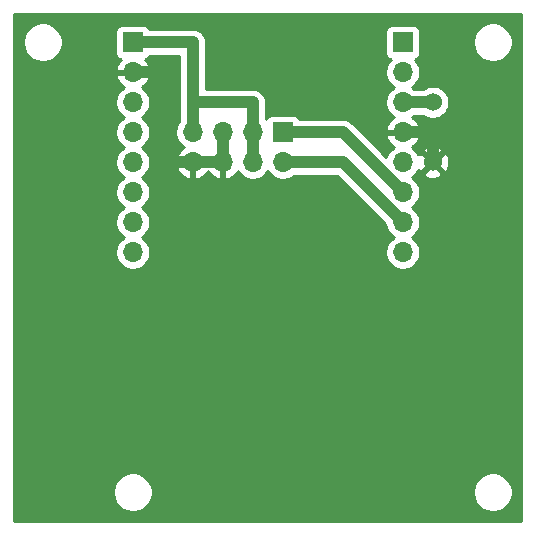
<source format=gbr>
%TF.GenerationSoftware,KiCad,Pcbnew,(5.1.9)-1*%
%TF.CreationDate,2021-04-08T10:19:59+03:00*%
%TF.ProjectId,esp32camturrent,65737033-3263-4616-9d74-757272656e74,rev?*%
%TF.SameCoordinates,Original*%
%TF.FileFunction,Copper,L2,Bot*%
%TF.FilePolarity,Positive*%
%FSLAX46Y46*%
G04 Gerber Fmt 4.6, Leading zero omitted, Abs format (unit mm)*
G04 Created by KiCad (PCBNEW (5.1.9)-1) date 2021-04-08 10:19:59*
%MOMM*%
%LPD*%
G01*
G04 APERTURE LIST*
%TA.AperFunction,ComponentPad*%
%ADD10R,1.700000X1.700000*%
%TD*%
%TA.AperFunction,ComponentPad*%
%ADD11O,1.700000X1.700000*%
%TD*%
%TA.AperFunction,ComponentPad*%
%ADD12C,1.524000*%
%TD*%
%TA.AperFunction,Conductor*%
%ADD13C,0.250000*%
%TD*%
%TA.AperFunction,Conductor*%
%ADD14C,1.000000*%
%TD*%
%TA.AperFunction,Conductor*%
%ADD15C,0.254000*%
%TD*%
%TA.AperFunction,Conductor*%
%ADD16C,0.100000*%
%TD*%
G04 APERTURE END LIST*
D10*
%TO.P,J1,1*%
%TO.N,+5V*%
X43180000Y-30480000D03*
D11*
%TO.P,J1,2*%
%TO.N,GND*%
X43180000Y-33020000D03*
%TO.P,J1,3*%
%TO.N,Net-(J1-Pad3)*%
X43180000Y-35560000D03*
%TO.P,J1,4*%
%TO.N,Net-(J1-Pad4)*%
X43180000Y-38100000D03*
%TO.P,J1,5*%
%TO.N,Net-(J1-Pad5)*%
X43180000Y-40640000D03*
%TO.P,J1,6*%
%TO.N,Net-(J1-Pad6)*%
X43180000Y-43180000D03*
%TO.P,J1,7*%
%TO.N,Net-(J1-Pad7)*%
X43180000Y-45720000D03*
%TO.P,J1,8*%
%TO.N,Net-(J1-Pad8)*%
X43180000Y-48260000D03*
%TD*%
%TO.P,J2,8*%
%TO.N,Net-(J2-Pad8)*%
X66040000Y-48260000D03*
%TO.P,J2,7*%
%TO.N,U0T*%
X66040000Y-45720000D03*
%TO.P,J2,6*%
%TO.N,U0R*%
X66040000Y-43180000D03*
%TO.P,J2,5*%
%TO.N,Net-(J2-Pad5)*%
X66040000Y-40640000D03*
%TO.P,J2,4*%
%TO.N,GND*%
X66040000Y-38100000D03*
%TO.P,J2,3*%
%TO.N,I00*%
X66040000Y-35560000D03*
%TO.P,J2,2*%
%TO.N,I06*%
X66040000Y-33020000D03*
D10*
%TO.P,J2,1*%
%TO.N,Net-(J2-Pad1)*%
X66040000Y-30480000D03*
%TD*%
%TO.P,J4,1*%
%TO.N,U0R*%
X55880000Y-38100000D03*
D11*
%TO.P,J4,2*%
%TO.N,U0T*%
X55880000Y-40640000D03*
%TO.P,J4,3*%
%TO.N,+5V*%
X53340000Y-38100000D03*
%TO.P,J4,4*%
X53340000Y-40640000D03*
%TO.P,J4,5*%
%TO.N,GND*%
X50800000Y-38100000D03*
%TO.P,J4,6*%
X50800000Y-40640000D03*
%TO.P,J4,7*%
%TO.N,+5V*%
X48260000Y-38100000D03*
%TO.P,J4,8*%
%TO.N,GND*%
X48260000Y-40640000D03*
%TD*%
D12*
%TO.P,SW1,1*%
%TO.N,I00*%
X68580000Y-35560000D03*
%TO.P,SW1,2*%
%TO.N,GND*%
X68580000Y-40640000D03*
%TD*%
D13*
%TO.N,+5V*%
X48260000Y-38100000D02*
X48260000Y-35560000D01*
X48260000Y-35560000D02*
X48260000Y-30480000D01*
D14*
X43180000Y-30480000D02*
X45030000Y-30480000D01*
X45030000Y-30480000D02*
X48260000Y-30480000D01*
X48260000Y-30480000D02*
X48260000Y-38100000D01*
X53340000Y-35560000D02*
X53340000Y-40640000D01*
X48260000Y-35560000D02*
X53340000Y-35560000D01*
%TO.N,GND*%
X43180000Y-33020000D02*
X45720000Y-33020000D01*
X48260000Y-40640000D02*
X50800000Y-40640000D01*
X50800000Y-40640000D02*
X50800000Y-38100000D01*
X45720000Y-40640000D02*
X48260000Y-40640000D01*
X45720000Y-33020000D02*
X45720000Y-40640000D01*
X68580000Y-40640000D02*
X68580000Y-38100000D01*
X68580000Y-38100000D02*
X66040000Y-38100000D01*
%TO.N,U0T*%
X60960000Y-40640000D02*
X66040000Y-45720000D01*
X60960000Y-40640000D02*
X55880000Y-40640000D01*
%TO.N,U0R*%
X60960000Y-38100000D02*
X55880000Y-38100000D01*
X66040000Y-43180000D02*
X60960000Y-38100000D01*
%TO.N,I00*%
X68580000Y-35560000D02*
X66040000Y-35560000D01*
%TD*%
D15*
%TO.N,GND*%
X76073000Y-70993000D02*
X33147000Y-70993000D01*
X33147000Y-68414042D01*
X41495000Y-68414042D01*
X41495000Y-68745958D01*
X41559754Y-69071496D01*
X41686772Y-69378147D01*
X41871175Y-69654125D01*
X42105875Y-69888825D01*
X42381853Y-70073228D01*
X42688504Y-70200246D01*
X43014042Y-70265000D01*
X43345958Y-70265000D01*
X43671496Y-70200246D01*
X43978147Y-70073228D01*
X44254125Y-69888825D01*
X44488825Y-69654125D01*
X44673228Y-69378147D01*
X44800246Y-69071496D01*
X44865000Y-68745958D01*
X44865000Y-68414042D01*
X71975000Y-68414042D01*
X71975000Y-68745958D01*
X72039754Y-69071496D01*
X72166772Y-69378147D01*
X72351175Y-69654125D01*
X72585875Y-69888825D01*
X72861853Y-70073228D01*
X73168504Y-70200246D01*
X73494042Y-70265000D01*
X73825958Y-70265000D01*
X74151496Y-70200246D01*
X74458147Y-70073228D01*
X74734125Y-69888825D01*
X74968825Y-69654125D01*
X75153228Y-69378147D01*
X75280246Y-69071496D01*
X75345000Y-68745958D01*
X75345000Y-68414042D01*
X75280246Y-68088504D01*
X75153228Y-67781853D01*
X74968825Y-67505875D01*
X74734125Y-67271175D01*
X74458147Y-67086772D01*
X74151496Y-66959754D01*
X73825958Y-66895000D01*
X73494042Y-66895000D01*
X73168504Y-66959754D01*
X72861853Y-67086772D01*
X72585875Y-67271175D01*
X72351175Y-67505875D01*
X72166772Y-67781853D01*
X72039754Y-68088504D01*
X71975000Y-68414042D01*
X44865000Y-68414042D01*
X44800246Y-68088504D01*
X44673228Y-67781853D01*
X44488825Y-67505875D01*
X44254125Y-67271175D01*
X43978147Y-67086772D01*
X43671496Y-66959754D01*
X43345958Y-66895000D01*
X43014042Y-66895000D01*
X42688504Y-66959754D01*
X42381853Y-67086772D01*
X42105875Y-67271175D01*
X41871175Y-67505875D01*
X41686772Y-67781853D01*
X41559754Y-68088504D01*
X41495000Y-68414042D01*
X33147000Y-68414042D01*
X33147000Y-35413740D01*
X41695000Y-35413740D01*
X41695000Y-35706260D01*
X41752068Y-35993158D01*
X41864010Y-36263411D01*
X42026525Y-36506632D01*
X42233368Y-36713475D01*
X42407760Y-36830000D01*
X42233368Y-36946525D01*
X42026525Y-37153368D01*
X41864010Y-37396589D01*
X41752068Y-37666842D01*
X41695000Y-37953740D01*
X41695000Y-38246260D01*
X41752068Y-38533158D01*
X41864010Y-38803411D01*
X42026525Y-39046632D01*
X42233368Y-39253475D01*
X42407760Y-39370000D01*
X42233368Y-39486525D01*
X42026525Y-39693368D01*
X41864010Y-39936589D01*
X41752068Y-40206842D01*
X41695000Y-40493740D01*
X41695000Y-40786260D01*
X41752068Y-41073158D01*
X41864010Y-41343411D01*
X42026525Y-41586632D01*
X42233368Y-41793475D01*
X42407760Y-41910000D01*
X42233368Y-42026525D01*
X42026525Y-42233368D01*
X41864010Y-42476589D01*
X41752068Y-42746842D01*
X41695000Y-43033740D01*
X41695000Y-43326260D01*
X41752068Y-43613158D01*
X41864010Y-43883411D01*
X42026525Y-44126632D01*
X42233368Y-44333475D01*
X42407760Y-44450000D01*
X42233368Y-44566525D01*
X42026525Y-44773368D01*
X41864010Y-45016589D01*
X41752068Y-45286842D01*
X41695000Y-45573740D01*
X41695000Y-45866260D01*
X41752068Y-46153158D01*
X41864010Y-46423411D01*
X42026525Y-46666632D01*
X42233368Y-46873475D01*
X42407760Y-46990000D01*
X42233368Y-47106525D01*
X42026525Y-47313368D01*
X41864010Y-47556589D01*
X41752068Y-47826842D01*
X41695000Y-48113740D01*
X41695000Y-48406260D01*
X41752068Y-48693158D01*
X41864010Y-48963411D01*
X42026525Y-49206632D01*
X42233368Y-49413475D01*
X42476589Y-49575990D01*
X42746842Y-49687932D01*
X43033740Y-49745000D01*
X43326260Y-49745000D01*
X43613158Y-49687932D01*
X43883411Y-49575990D01*
X44126632Y-49413475D01*
X44333475Y-49206632D01*
X44495990Y-48963411D01*
X44607932Y-48693158D01*
X44665000Y-48406260D01*
X44665000Y-48113740D01*
X44607932Y-47826842D01*
X44495990Y-47556589D01*
X44333475Y-47313368D01*
X44126632Y-47106525D01*
X43952240Y-46990000D01*
X44126632Y-46873475D01*
X44333475Y-46666632D01*
X44495990Y-46423411D01*
X44607932Y-46153158D01*
X44665000Y-45866260D01*
X44665000Y-45573740D01*
X44607932Y-45286842D01*
X44495990Y-45016589D01*
X44333475Y-44773368D01*
X44126632Y-44566525D01*
X43952240Y-44450000D01*
X44126632Y-44333475D01*
X44333475Y-44126632D01*
X44495990Y-43883411D01*
X44607932Y-43613158D01*
X44665000Y-43326260D01*
X44665000Y-43033740D01*
X44607932Y-42746842D01*
X44495990Y-42476589D01*
X44333475Y-42233368D01*
X44126632Y-42026525D01*
X43952240Y-41910000D01*
X44126632Y-41793475D01*
X44333475Y-41586632D01*
X44495990Y-41343411D01*
X44607932Y-41073158D01*
X44623102Y-40996891D01*
X46818519Y-40996891D01*
X46915843Y-41271252D01*
X47064822Y-41521355D01*
X47259731Y-41737588D01*
X47493080Y-41911641D01*
X47755901Y-42036825D01*
X47903110Y-42081476D01*
X48133000Y-41960155D01*
X48133000Y-40767000D01*
X48387000Y-40767000D01*
X48387000Y-41960155D01*
X48616890Y-42081476D01*
X48764099Y-42036825D01*
X49026920Y-41911641D01*
X49260269Y-41737588D01*
X49455178Y-41521355D01*
X49530000Y-41395745D01*
X49604822Y-41521355D01*
X49799731Y-41737588D01*
X50033080Y-41911641D01*
X50295901Y-42036825D01*
X50443110Y-42081476D01*
X50673000Y-41960155D01*
X50673000Y-40767000D01*
X48387000Y-40767000D01*
X48133000Y-40767000D01*
X46939186Y-40767000D01*
X46818519Y-40996891D01*
X44623102Y-40996891D01*
X44665000Y-40786260D01*
X44665000Y-40493740D01*
X44607932Y-40206842D01*
X44495990Y-39936589D01*
X44333475Y-39693368D01*
X44126632Y-39486525D01*
X43952240Y-39370000D01*
X44126632Y-39253475D01*
X44333475Y-39046632D01*
X44495990Y-38803411D01*
X44607932Y-38533158D01*
X44665000Y-38246260D01*
X44665000Y-37953740D01*
X44607932Y-37666842D01*
X44495990Y-37396589D01*
X44333475Y-37153368D01*
X44126632Y-36946525D01*
X43952240Y-36830000D01*
X44126632Y-36713475D01*
X44333475Y-36506632D01*
X44495990Y-36263411D01*
X44607932Y-35993158D01*
X44665000Y-35706260D01*
X44665000Y-35413740D01*
X44607932Y-35126842D01*
X44495990Y-34856589D01*
X44333475Y-34613368D01*
X44126632Y-34406525D01*
X43944466Y-34284805D01*
X44061355Y-34215178D01*
X44277588Y-34020269D01*
X44451641Y-33786920D01*
X44576825Y-33524099D01*
X44621476Y-33376890D01*
X44500155Y-33147000D01*
X43307000Y-33147000D01*
X43307000Y-33167000D01*
X43053000Y-33167000D01*
X43053000Y-33147000D01*
X41859845Y-33147000D01*
X41738524Y-33376890D01*
X41783175Y-33524099D01*
X41908359Y-33786920D01*
X42082412Y-34020269D01*
X42298645Y-34215178D01*
X42415534Y-34284805D01*
X42233368Y-34406525D01*
X42026525Y-34613368D01*
X41864010Y-34856589D01*
X41752068Y-35126842D01*
X41695000Y-35413740D01*
X33147000Y-35413740D01*
X33147000Y-30314042D01*
X33875000Y-30314042D01*
X33875000Y-30645958D01*
X33939754Y-30971496D01*
X34066772Y-31278147D01*
X34251175Y-31554125D01*
X34485875Y-31788825D01*
X34761853Y-31973228D01*
X35068504Y-32100246D01*
X35394042Y-32165000D01*
X35725958Y-32165000D01*
X36051496Y-32100246D01*
X36358147Y-31973228D01*
X36634125Y-31788825D01*
X36868825Y-31554125D01*
X37053228Y-31278147D01*
X37180246Y-30971496D01*
X37245000Y-30645958D01*
X37245000Y-30314042D01*
X37180246Y-29988504D01*
X37053228Y-29681853D01*
X37018581Y-29630000D01*
X41691928Y-29630000D01*
X41691928Y-31330000D01*
X41704188Y-31454482D01*
X41740498Y-31574180D01*
X41799463Y-31684494D01*
X41878815Y-31781185D01*
X41975506Y-31860537D01*
X42085820Y-31919502D01*
X42166466Y-31943966D01*
X42082412Y-32019731D01*
X41908359Y-32253080D01*
X41783175Y-32515901D01*
X41738524Y-32663110D01*
X41859845Y-32893000D01*
X43053000Y-32893000D01*
X43053000Y-32873000D01*
X43307000Y-32873000D01*
X43307000Y-32893000D01*
X44500155Y-32893000D01*
X44621476Y-32663110D01*
X44576825Y-32515901D01*
X44451641Y-32253080D01*
X44277588Y-32019731D01*
X44193534Y-31943966D01*
X44274180Y-31919502D01*
X44384494Y-31860537D01*
X44481185Y-31781185D01*
X44560537Y-31684494D01*
X44597683Y-31615000D01*
X47125000Y-31615000D01*
X47125001Y-35504242D01*
X47119509Y-35560000D01*
X47125001Y-35615758D01*
X47125001Y-37134892D01*
X47106525Y-37153368D01*
X46944010Y-37396589D01*
X46832068Y-37666842D01*
X46775000Y-37953740D01*
X46775000Y-38246260D01*
X46832068Y-38533158D01*
X46944010Y-38803411D01*
X47106525Y-39046632D01*
X47313368Y-39253475D01*
X47489406Y-39371100D01*
X47259731Y-39542412D01*
X47064822Y-39758645D01*
X46915843Y-40008748D01*
X46818519Y-40283109D01*
X46939186Y-40513000D01*
X48133000Y-40513000D01*
X48133000Y-40493000D01*
X48387000Y-40493000D01*
X48387000Y-40513000D01*
X50673000Y-40513000D01*
X50673000Y-38227000D01*
X50653000Y-38227000D01*
X50653000Y-37973000D01*
X50673000Y-37973000D01*
X50673000Y-37953000D01*
X50927000Y-37953000D01*
X50927000Y-37973000D01*
X50947000Y-37973000D01*
X50947000Y-38227000D01*
X50927000Y-38227000D01*
X50927000Y-40513000D01*
X50947000Y-40513000D01*
X50947000Y-40767000D01*
X50927000Y-40767000D01*
X50927000Y-41960155D01*
X51156890Y-42081476D01*
X51304099Y-42036825D01*
X51566920Y-41911641D01*
X51800269Y-41737588D01*
X51995178Y-41521355D01*
X52064805Y-41404466D01*
X52186525Y-41586632D01*
X52393368Y-41793475D01*
X52636589Y-41955990D01*
X52906842Y-42067932D01*
X53193740Y-42125000D01*
X53486260Y-42125000D01*
X53773158Y-42067932D01*
X54043411Y-41955990D01*
X54286632Y-41793475D01*
X54493475Y-41586632D01*
X54610000Y-41412240D01*
X54726525Y-41586632D01*
X54933368Y-41793475D01*
X55176589Y-41955990D01*
X55446842Y-42067932D01*
X55733740Y-42125000D01*
X56026260Y-42125000D01*
X56313158Y-42067932D01*
X56583411Y-41955990D01*
X56826632Y-41793475D01*
X56845107Y-41775000D01*
X60489869Y-41775000D01*
X64555000Y-45840132D01*
X64555000Y-45866260D01*
X64612068Y-46153158D01*
X64724010Y-46423411D01*
X64886525Y-46666632D01*
X65093368Y-46873475D01*
X65267760Y-46990000D01*
X65093368Y-47106525D01*
X64886525Y-47313368D01*
X64724010Y-47556589D01*
X64612068Y-47826842D01*
X64555000Y-48113740D01*
X64555000Y-48406260D01*
X64612068Y-48693158D01*
X64724010Y-48963411D01*
X64886525Y-49206632D01*
X65093368Y-49413475D01*
X65336589Y-49575990D01*
X65606842Y-49687932D01*
X65893740Y-49745000D01*
X66186260Y-49745000D01*
X66473158Y-49687932D01*
X66743411Y-49575990D01*
X66986632Y-49413475D01*
X67193475Y-49206632D01*
X67355990Y-48963411D01*
X67467932Y-48693158D01*
X67525000Y-48406260D01*
X67525000Y-48113740D01*
X67467932Y-47826842D01*
X67355990Y-47556589D01*
X67193475Y-47313368D01*
X66986632Y-47106525D01*
X66812240Y-46990000D01*
X66986632Y-46873475D01*
X67193475Y-46666632D01*
X67355990Y-46423411D01*
X67467932Y-46153158D01*
X67525000Y-45866260D01*
X67525000Y-45573740D01*
X67467932Y-45286842D01*
X67355990Y-45016589D01*
X67193475Y-44773368D01*
X66986632Y-44566525D01*
X66812240Y-44450000D01*
X66986632Y-44333475D01*
X67193475Y-44126632D01*
X67355990Y-43883411D01*
X67467932Y-43613158D01*
X67525000Y-43326260D01*
X67525000Y-43033740D01*
X67467932Y-42746842D01*
X67355990Y-42476589D01*
X67193475Y-42233368D01*
X66986632Y-42026525D01*
X66812240Y-41910000D01*
X66986632Y-41793475D01*
X67174542Y-41605565D01*
X67794040Y-41605565D01*
X67861020Y-41845656D01*
X68110048Y-41962756D01*
X68377135Y-42029023D01*
X68652017Y-42041910D01*
X68924133Y-42000922D01*
X69183023Y-41907636D01*
X69298980Y-41845656D01*
X69365960Y-41605565D01*
X68580000Y-40819605D01*
X67794040Y-41605565D01*
X67174542Y-41605565D01*
X67193475Y-41586632D01*
X67355990Y-41343411D01*
X67360370Y-41332837D01*
X67374344Y-41358980D01*
X67614435Y-41425960D01*
X68400395Y-40640000D01*
X68759605Y-40640000D01*
X69545565Y-41425960D01*
X69785656Y-41358980D01*
X69902756Y-41109952D01*
X69969023Y-40842865D01*
X69981910Y-40567983D01*
X69940922Y-40295867D01*
X69847636Y-40036977D01*
X69785656Y-39921020D01*
X69545565Y-39854040D01*
X68759605Y-40640000D01*
X68400395Y-40640000D01*
X67614435Y-39854040D01*
X67374344Y-39921020D01*
X67361157Y-39949064D01*
X67355990Y-39936589D01*
X67193475Y-39693368D01*
X67174542Y-39674435D01*
X67794040Y-39674435D01*
X68580000Y-40460395D01*
X69365960Y-39674435D01*
X69298980Y-39434344D01*
X69049952Y-39317244D01*
X68782865Y-39250977D01*
X68507983Y-39238090D01*
X68235867Y-39279078D01*
X67976977Y-39372364D01*
X67861020Y-39434344D01*
X67794040Y-39674435D01*
X67174542Y-39674435D01*
X66986632Y-39486525D01*
X66804466Y-39364805D01*
X66921355Y-39295178D01*
X67137588Y-39100269D01*
X67311641Y-38866920D01*
X67436825Y-38604099D01*
X67481476Y-38456890D01*
X67360155Y-38227000D01*
X66167000Y-38227000D01*
X66167000Y-38247000D01*
X65913000Y-38247000D01*
X65913000Y-38227000D01*
X64719845Y-38227000D01*
X64598524Y-38456890D01*
X64643175Y-38604099D01*
X64768359Y-38866920D01*
X64942412Y-39100269D01*
X65158645Y-39295178D01*
X65275534Y-39364805D01*
X65093368Y-39486525D01*
X64886525Y-39693368D01*
X64724010Y-39936589D01*
X64629614Y-40164482D01*
X61801996Y-37336865D01*
X61766449Y-37293551D01*
X61593623Y-37151716D01*
X61396447Y-37046324D01*
X61182499Y-36981423D01*
X61015752Y-36965000D01*
X61015751Y-36965000D01*
X60960000Y-36959509D01*
X60904249Y-36965000D01*
X57297683Y-36965000D01*
X57260537Y-36895506D01*
X57181185Y-36798815D01*
X57084494Y-36719463D01*
X56974180Y-36660498D01*
X56854482Y-36624188D01*
X56730000Y-36611928D01*
X55030000Y-36611928D01*
X54905518Y-36624188D01*
X54785820Y-36660498D01*
X54675506Y-36719463D01*
X54578815Y-36798815D01*
X54499463Y-36895506D01*
X54475000Y-36941272D01*
X54475000Y-35615752D01*
X54480491Y-35560000D01*
X54458577Y-35337501D01*
X54393676Y-35123553D01*
X54288284Y-34926377D01*
X54146449Y-34753551D01*
X53973623Y-34611716D01*
X53776447Y-34506324D01*
X53562499Y-34441423D01*
X53395752Y-34425000D01*
X53395751Y-34425000D01*
X53340000Y-34419509D01*
X53284248Y-34425000D01*
X49395000Y-34425000D01*
X49395000Y-30535752D01*
X49400491Y-30480000D01*
X49378577Y-30257501D01*
X49313676Y-30043553D01*
X49208284Y-29846377D01*
X49066449Y-29673551D01*
X49013383Y-29630000D01*
X64551928Y-29630000D01*
X64551928Y-31330000D01*
X64564188Y-31454482D01*
X64600498Y-31574180D01*
X64659463Y-31684494D01*
X64738815Y-31781185D01*
X64835506Y-31860537D01*
X64945820Y-31919502D01*
X65018380Y-31941513D01*
X64886525Y-32073368D01*
X64724010Y-32316589D01*
X64612068Y-32586842D01*
X64555000Y-32873740D01*
X64555000Y-33166260D01*
X64612068Y-33453158D01*
X64724010Y-33723411D01*
X64886525Y-33966632D01*
X65093368Y-34173475D01*
X65267760Y-34290000D01*
X65093368Y-34406525D01*
X64886525Y-34613368D01*
X64724010Y-34856589D01*
X64612068Y-35126842D01*
X64555000Y-35413740D01*
X64555000Y-35706260D01*
X64612068Y-35993158D01*
X64724010Y-36263411D01*
X64886525Y-36506632D01*
X65093368Y-36713475D01*
X65275534Y-36835195D01*
X65158645Y-36904822D01*
X64942412Y-37099731D01*
X64768359Y-37333080D01*
X64643175Y-37595901D01*
X64598524Y-37743110D01*
X64719845Y-37973000D01*
X65913000Y-37973000D01*
X65913000Y-37953000D01*
X66167000Y-37953000D01*
X66167000Y-37973000D01*
X67360155Y-37973000D01*
X67481476Y-37743110D01*
X67436825Y-37595901D01*
X67311641Y-37333080D01*
X67137588Y-37099731D01*
X66921355Y-36904822D01*
X66804466Y-36835195D01*
X66986632Y-36713475D01*
X67005107Y-36695000D01*
X67764116Y-36695000D01*
X67918273Y-36798005D01*
X68172510Y-36903314D01*
X68442408Y-36957000D01*
X68717592Y-36957000D01*
X68987490Y-36903314D01*
X69241727Y-36798005D01*
X69470535Y-36645120D01*
X69665120Y-36450535D01*
X69818005Y-36221727D01*
X69923314Y-35967490D01*
X69977000Y-35697592D01*
X69977000Y-35422408D01*
X69923314Y-35152510D01*
X69818005Y-34898273D01*
X69665120Y-34669465D01*
X69470535Y-34474880D01*
X69241727Y-34321995D01*
X68987490Y-34216686D01*
X68717592Y-34163000D01*
X68442408Y-34163000D01*
X68172510Y-34216686D01*
X67918273Y-34321995D01*
X67764116Y-34425000D01*
X67005107Y-34425000D01*
X66986632Y-34406525D01*
X66812240Y-34290000D01*
X66986632Y-34173475D01*
X67193475Y-33966632D01*
X67355990Y-33723411D01*
X67467932Y-33453158D01*
X67525000Y-33166260D01*
X67525000Y-32873740D01*
X67467932Y-32586842D01*
X67355990Y-32316589D01*
X67193475Y-32073368D01*
X67061620Y-31941513D01*
X67134180Y-31919502D01*
X67244494Y-31860537D01*
X67341185Y-31781185D01*
X67420537Y-31684494D01*
X67479502Y-31574180D01*
X67515812Y-31454482D01*
X67528072Y-31330000D01*
X67528072Y-30314042D01*
X71975000Y-30314042D01*
X71975000Y-30645958D01*
X72039754Y-30971496D01*
X72166772Y-31278147D01*
X72351175Y-31554125D01*
X72585875Y-31788825D01*
X72861853Y-31973228D01*
X73168504Y-32100246D01*
X73494042Y-32165000D01*
X73825958Y-32165000D01*
X74151496Y-32100246D01*
X74458147Y-31973228D01*
X74734125Y-31788825D01*
X74968825Y-31554125D01*
X75153228Y-31278147D01*
X75280246Y-30971496D01*
X75345000Y-30645958D01*
X75345000Y-30314042D01*
X75280246Y-29988504D01*
X75153228Y-29681853D01*
X74968825Y-29405875D01*
X74734125Y-29171175D01*
X74458147Y-28986772D01*
X74151496Y-28859754D01*
X73825958Y-28795000D01*
X73494042Y-28795000D01*
X73168504Y-28859754D01*
X72861853Y-28986772D01*
X72585875Y-29171175D01*
X72351175Y-29405875D01*
X72166772Y-29681853D01*
X72039754Y-29988504D01*
X71975000Y-30314042D01*
X67528072Y-30314042D01*
X67528072Y-29630000D01*
X67515812Y-29505518D01*
X67479502Y-29385820D01*
X67420537Y-29275506D01*
X67341185Y-29178815D01*
X67244494Y-29099463D01*
X67134180Y-29040498D01*
X67014482Y-29004188D01*
X66890000Y-28991928D01*
X65190000Y-28991928D01*
X65065518Y-29004188D01*
X64945820Y-29040498D01*
X64835506Y-29099463D01*
X64738815Y-29178815D01*
X64659463Y-29275506D01*
X64600498Y-29385820D01*
X64564188Y-29505518D01*
X64551928Y-29630000D01*
X49013383Y-29630000D01*
X48893623Y-29531716D01*
X48696447Y-29426324D01*
X48482499Y-29361423D01*
X48315752Y-29345000D01*
X48315751Y-29345000D01*
X48260000Y-29339509D01*
X48204248Y-29345000D01*
X44597683Y-29345000D01*
X44560537Y-29275506D01*
X44481185Y-29178815D01*
X44384494Y-29099463D01*
X44274180Y-29040498D01*
X44154482Y-29004188D01*
X44030000Y-28991928D01*
X42330000Y-28991928D01*
X42205518Y-29004188D01*
X42085820Y-29040498D01*
X41975506Y-29099463D01*
X41878815Y-29178815D01*
X41799463Y-29275506D01*
X41740498Y-29385820D01*
X41704188Y-29505518D01*
X41691928Y-29630000D01*
X37018581Y-29630000D01*
X36868825Y-29405875D01*
X36634125Y-29171175D01*
X36358147Y-28986772D01*
X36051496Y-28859754D01*
X35725958Y-28795000D01*
X35394042Y-28795000D01*
X35068504Y-28859754D01*
X34761853Y-28986772D01*
X34485875Y-29171175D01*
X34251175Y-29405875D01*
X34066772Y-29681853D01*
X33939754Y-29988504D01*
X33875000Y-30314042D01*
X33147000Y-30314042D01*
X33147000Y-28067000D01*
X76073000Y-28067000D01*
X76073000Y-70993000D01*
%TA.AperFunction,Conductor*%
D16*
G36*
X76073000Y-70993000D02*
G01*
X33147000Y-70993000D01*
X33147000Y-68414042D01*
X41495000Y-68414042D01*
X41495000Y-68745958D01*
X41559754Y-69071496D01*
X41686772Y-69378147D01*
X41871175Y-69654125D01*
X42105875Y-69888825D01*
X42381853Y-70073228D01*
X42688504Y-70200246D01*
X43014042Y-70265000D01*
X43345958Y-70265000D01*
X43671496Y-70200246D01*
X43978147Y-70073228D01*
X44254125Y-69888825D01*
X44488825Y-69654125D01*
X44673228Y-69378147D01*
X44800246Y-69071496D01*
X44865000Y-68745958D01*
X44865000Y-68414042D01*
X71975000Y-68414042D01*
X71975000Y-68745958D01*
X72039754Y-69071496D01*
X72166772Y-69378147D01*
X72351175Y-69654125D01*
X72585875Y-69888825D01*
X72861853Y-70073228D01*
X73168504Y-70200246D01*
X73494042Y-70265000D01*
X73825958Y-70265000D01*
X74151496Y-70200246D01*
X74458147Y-70073228D01*
X74734125Y-69888825D01*
X74968825Y-69654125D01*
X75153228Y-69378147D01*
X75280246Y-69071496D01*
X75345000Y-68745958D01*
X75345000Y-68414042D01*
X75280246Y-68088504D01*
X75153228Y-67781853D01*
X74968825Y-67505875D01*
X74734125Y-67271175D01*
X74458147Y-67086772D01*
X74151496Y-66959754D01*
X73825958Y-66895000D01*
X73494042Y-66895000D01*
X73168504Y-66959754D01*
X72861853Y-67086772D01*
X72585875Y-67271175D01*
X72351175Y-67505875D01*
X72166772Y-67781853D01*
X72039754Y-68088504D01*
X71975000Y-68414042D01*
X44865000Y-68414042D01*
X44800246Y-68088504D01*
X44673228Y-67781853D01*
X44488825Y-67505875D01*
X44254125Y-67271175D01*
X43978147Y-67086772D01*
X43671496Y-66959754D01*
X43345958Y-66895000D01*
X43014042Y-66895000D01*
X42688504Y-66959754D01*
X42381853Y-67086772D01*
X42105875Y-67271175D01*
X41871175Y-67505875D01*
X41686772Y-67781853D01*
X41559754Y-68088504D01*
X41495000Y-68414042D01*
X33147000Y-68414042D01*
X33147000Y-35413740D01*
X41695000Y-35413740D01*
X41695000Y-35706260D01*
X41752068Y-35993158D01*
X41864010Y-36263411D01*
X42026525Y-36506632D01*
X42233368Y-36713475D01*
X42407760Y-36830000D01*
X42233368Y-36946525D01*
X42026525Y-37153368D01*
X41864010Y-37396589D01*
X41752068Y-37666842D01*
X41695000Y-37953740D01*
X41695000Y-38246260D01*
X41752068Y-38533158D01*
X41864010Y-38803411D01*
X42026525Y-39046632D01*
X42233368Y-39253475D01*
X42407760Y-39370000D01*
X42233368Y-39486525D01*
X42026525Y-39693368D01*
X41864010Y-39936589D01*
X41752068Y-40206842D01*
X41695000Y-40493740D01*
X41695000Y-40786260D01*
X41752068Y-41073158D01*
X41864010Y-41343411D01*
X42026525Y-41586632D01*
X42233368Y-41793475D01*
X42407760Y-41910000D01*
X42233368Y-42026525D01*
X42026525Y-42233368D01*
X41864010Y-42476589D01*
X41752068Y-42746842D01*
X41695000Y-43033740D01*
X41695000Y-43326260D01*
X41752068Y-43613158D01*
X41864010Y-43883411D01*
X42026525Y-44126632D01*
X42233368Y-44333475D01*
X42407760Y-44450000D01*
X42233368Y-44566525D01*
X42026525Y-44773368D01*
X41864010Y-45016589D01*
X41752068Y-45286842D01*
X41695000Y-45573740D01*
X41695000Y-45866260D01*
X41752068Y-46153158D01*
X41864010Y-46423411D01*
X42026525Y-46666632D01*
X42233368Y-46873475D01*
X42407760Y-46990000D01*
X42233368Y-47106525D01*
X42026525Y-47313368D01*
X41864010Y-47556589D01*
X41752068Y-47826842D01*
X41695000Y-48113740D01*
X41695000Y-48406260D01*
X41752068Y-48693158D01*
X41864010Y-48963411D01*
X42026525Y-49206632D01*
X42233368Y-49413475D01*
X42476589Y-49575990D01*
X42746842Y-49687932D01*
X43033740Y-49745000D01*
X43326260Y-49745000D01*
X43613158Y-49687932D01*
X43883411Y-49575990D01*
X44126632Y-49413475D01*
X44333475Y-49206632D01*
X44495990Y-48963411D01*
X44607932Y-48693158D01*
X44665000Y-48406260D01*
X44665000Y-48113740D01*
X44607932Y-47826842D01*
X44495990Y-47556589D01*
X44333475Y-47313368D01*
X44126632Y-47106525D01*
X43952240Y-46990000D01*
X44126632Y-46873475D01*
X44333475Y-46666632D01*
X44495990Y-46423411D01*
X44607932Y-46153158D01*
X44665000Y-45866260D01*
X44665000Y-45573740D01*
X44607932Y-45286842D01*
X44495990Y-45016589D01*
X44333475Y-44773368D01*
X44126632Y-44566525D01*
X43952240Y-44450000D01*
X44126632Y-44333475D01*
X44333475Y-44126632D01*
X44495990Y-43883411D01*
X44607932Y-43613158D01*
X44665000Y-43326260D01*
X44665000Y-43033740D01*
X44607932Y-42746842D01*
X44495990Y-42476589D01*
X44333475Y-42233368D01*
X44126632Y-42026525D01*
X43952240Y-41910000D01*
X44126632Y-41793475D01*
X44333475Y-41586632D01*
X44495990Y-41343411D01*
X44607932Y-41073158D01*
X44623102Y-40996891D01*
X46818519Y-40996891D01*
X46915843Y-41271252D01*
X47064822Y-41521355D01*
X47259731Y-41737588D01*
X47493080Y-41911641D01*
X47755901Y-42036825D01*
X47903110Y-42081476D01*
X48133000Y-41960155D01*
X48133000Y-40767000D01*
X48387000Y-40767000D01*
X48387000Y-41960155D01*
X48616890Y-42081476D01*
X48764099Y-42036825D01*
X49026920Y-41911641D01*
X49260269Y-41737588D01*
X49455178Y-41521355D01*
X49530000Y-41395745D01*
X49604822Y-41521355D01*
X49799731Y-41737588D01*
X50033080Y-41911641D01*
X50295901Y-42036825D01*
X50443110Y-42081476D01*
X50673000Y-41960155D01*
X50673000Y-40767000D01*
X48387000Y-40767000D01*
X48133000Y-40767000D01*
X46939186Y-40767000D01*
X46818519Y-40996891D01*
X44623102Y-40996891D01*
X44665000Y-40786260D01*
X44665000Y-40493740D01*
X44607932Y-40206842D01*
X44495990Y-39936589D01*
X44333475Y-39693368D01*
X44126632Y-39486525D01*
X43952240Y-39370000D01*
X44126632Y-39253475D01*
X44333475Y-39046632D01*
X44495990Y-38803411D01*
X44607932Y-38533158D01*
X44665000Y-38246260D01*
X44665000Y-37953740D01*
X44607932Y-37666842D01*
X44495990Y-37396589D01*
X44333475Y-37153368D01*
X44126632Y-36946525D01*
X43952240Y-36830000D01*
X44126632Y-36713475D01*
X44333475Y-36506632D01*
X44495990Y-36263411D01*
X44607932Y-35993158D01*
X44665000Y-35706260D01*
X44665000Y-35413740D01*
X44607932Y-35126842D01*
X44495990Y-34856589D01*
X44333475Y-34613368D01*
X44126632Y-34406525D01*
X43944466Y-34284805D01*
X44061355Y-34215178D01*
X44277588Y-34020269D01*
X44451641Y-33786920D01*
X44576825Y-33524099D01*
X44621476Y-33376890D01*
X44500155Y-33147000D01*
X43307000Y-33147000D01*
X43307000Y-33167000D01*
X43053000Y-33167000D01*
X43053000Y-33147000D01*
X41859845Y-33147000D01*
X41738524Y-33376890D01*
X41783175Y-33524099D01*
X41908359Y-33786920D01*
X42082412Y-34020269D01*
X42298645Y-34215178D01*
X42415534Y-34284805D01*
X42233368Y-34406525D01*
X42026525Y-34613368D01*
X41864010Y-34856589D01*
X41752068Y-35126842D01*
X41695000Y-35413740D01*
X33147000Y-35413740D01*
X33147000Y-30314042D01*
X33875000Y-30314042D01*
X33875000Y-30645958D01*
X33939754Y-30971496D01*
X34066772Y-31278147D01*
X34251175Y-31554125D01*
X34485875Y-31788825D01*
X34761853Y-31973228D01*
X35068504Y-32100246D01*
X35394042Y-32165000D01*
X35725958Y-32165000D01*
X36051496Y-32100246D01*
X36358147Y-31973228D01*
X36634125Y-31788825D01*
X36868825Y-31554125D01*
X37053228Y-31278147D01*
X37180246Y-30971496D01*
X37245000Y-30645958D01*
X37245000Y-30314042D01*
X37180246Y-29988504D01*
X37053228Y-29681853D01*
X37018581Y-29630000D01*
X41691928Y-29630000D01*
X41691928Y-31330000D01*
X41704188Y-31454482D01*
X41740498Y-31574180D01*
X41799463Y-31684494D01*
X41878815Y-31781185D01*
X41975506Y-31860537D01*
X42085820Y-31919502D01*
X42166466Y-31943966D01*
X42082412Y-32019731D01*
X41908359Y-32253080D01*
X41783175Y-32515901D01*
X41738524Y-32663110D01*
X41859845Y-32893000D01*
X43053000Y-32893000D01*
X43053000Y-32873000D01*
X43307000Y-32873000D01*
X43307000Y-32893000D01*
X44500155Y-32893000D01*
X44621476Y-32663110D01*
X44576825Y-32515901D01*
X44451641Y-32253080D01*
X44277588Y-32019731D01*
X44193534Y-31943966D01*
X44274180Y-31919502D01*
X44384494Y-31860537D01*
X44481185Y-31781185D01*
X44560537Y-31684494D01*
X44597683Y-31615000D01*
X47125000Y-31615000D01*
X47125001Y-35504242D01*
X47119509Y-35560000D01*
X47125001Y-35615758D01*
X47125001Y-37134892D01*
X47106525Y-37153368D01*
X46944010Y-37396589D01*
X46832068Y-37666842D01*
X46775000Y-37953740D01*
X46775000Y-38246260D01*
X46832068Y-38533158D01*
X46944010Y-38803411D01*
X47106525Y-39046632D01*
X47313368Y-39253475D01*
X47489406Y-39371100D01*
X47259731Y-39542412D01*
X47064822Y-39758645D01*
X46915843Y-40008748D01*
X46818519Y-40283109D01*
X46939186Y-40513000D01*
X48133000Y-40513000D01*
X48133000Y-40493000D01*
X48387000Y-40493000D01*
X48387000Y-40513000D01*
X50673000Y-40513000D01*
X50673000Y-38227000D01*
X50653000Y-38227000D01*
X50653000Y-37973000D01*
X50673000Y-37973000D01*
X50673000Y-37953000D01*
X50927000Y-37953000D01*
X50927000Y-37973000D01*
X50947000Y-37973000D01*
X50947000Y-38227000D01*
X50927000Y-38227000D01*
X50927000Y-40513000D01*
X50947000Y-40513000D01*
X50947000Y-40767000D01*
X50927000Y-40767000D01*
X50927000Y-41960155D01*
X51156890Y-42081476D01*
X51304099Y-42036825D01*
X51566920Y-41911641D01*
X51800269Y-41737588D01*
X51995178Y-41521355D01*
X52064805Y-41404466D01*
X52186525Y-41586632D01*
X52393368Y-41793475D01*
X52636589Y-41955990D01*
X52906842Y-42067932D01*
X53193740Y-42125000D01*
X53486260Y-42125000D01*
X53773158Y-42067932D01*
X54043411Y-41955990D01*
X54286632Y-41793475D01*
X54493475Y-41586632D01*
X54610000Y-41412240D01*
X54726525Y-41586632D01*
X54933368Y-41793475D01*
X55176589Y-41955990D01*
X55446842Y-42067932D01*
X55733740Y-42125000D01*
X56026260Y-42125000D01*
X56313158Y-42067932D01*
X56583411Y-41955990D01*
X56826632Y-41793475D01*
X56845107Y-41775000D01*
X60489869Y-41775000D01*
X64555000Y-45840132D01*
X64555000Y-45866260D01*
X64612068Y-46153158D01*
X64724010Y-46423411D01*
X64886525Y-46666632D01*
X65093368Y-46873475D01*
X65267760Y-46990000D01*
X65093368Y-47106525D01*
X64886525Y-47313368D01*
X64724010Y-47556589D01*
X64612068Y-47826842D01*
X64555000Y-48113740D01*
X64555000Y-48406260D01*
X64612068Y-48693158D01*
X64724010Y-48963411D01*
X64886525Y-49206632D01*
X65093368Y-49413475D01*
X65336589Y-49575990D01*
X65606842Y-49687932D01*
X65893740Y-49745000D01*
X66186260Y-49745000D01*
X66473158Y-49687932D01*
X66743411Y-49575990D01*
X66986632Y-49413475D01*
X67193475Y-49206632D01*
X67355990Y-48963411D01*
X67467932Y-48693158D01*
X67525000Y-48406260D01*
X67525000Y-48113740D01*
X67467932Y-47826842D01*
X67355990Y-47556589D01*
X67193475Y-47313368D01*
X66986632Y-47106525D01*
X66812240Y-46990000D01*
X66986632Y-46873475D01*
X67193475Y-46666632D01*
X67355990Y-46423411D01*
X67467932Y-46153158D01*
X67525000Y-45866260D01*
X67525000Y-45573740D01*
X67467932Y-45286842D01*
X67355990Y-45016589D01*
X67193475Y-44773368D01*
X66986632Y-44566525D01*
X66812240Y-44450000D01*
X66986632Y-44333475D01*
X67193475Y-44126632D01*
X67355990Y-43883411D01*
X67467932Y-43613158D01*
X67525000Y-43326260D01*
X67525000Y-43033740D01*
X67467932Y-42746842D01*
X67355990Y-42476589D01*
X67193475Y-42233368D01*
X66986632Y-42026525D01*
X66812240Y-41910000D01*
X66986632Y-41793475D01*
X67174542Y-41605565D01*
X67794040Y-41605565D01*
X67861020Y-41845656D01*
X68110048Y-41962756D01*
X68377135Y-42029023D01*
X68652017Y-42041910D01*
X68924133Y-42000922D01*
X69183023Y-41907636D01*
X69298980Y-41845656D01*
X69365960Y-41605565D01*
X68580000Y-40819605D01*
X67794040Y-41605565D01*
X67174542Y-41605565D01*
X67193475Y-41586632D01*
X67355990Y-41343411D01*
X67360370Y-41332837D01*
X67374344Y-41358980D01*
X67614435Y-41425960D01*
X68400395Y-40640000D01*
X68759605Y-40640000D01*
X69545565Y-41425960D01*
X69785656Y-41358980D01*
X69902756Y-41109952D01*
X69969023Y-40842865D01*
X69981910Y-40567983D01*
X69940922Y-40295867D01*
X69847636Y-40036977D01*
X69785656Y-39921020D01*
X69545565Y-39854040D01*
X68759605Y-40640000D01*
X68400395Y-40640000D01*
X67614435Y-39854040D01*
X67374344Y-39921020D01*
X67361157Y-39949064D01*
X67355990Y-39936589D01*
X67193475Y-39693368D01*
X67174542Y-39674435D01*
X67794040Y-39674435D01*
X68580000Y-40460395D01*
X69365960Y-39674435D01*
X69298980Y-39434344D01*
X69049952Y-39317244D01*
X68782865Y-39250977D01*
X68507983Y-39238090D01*
X68235867Y-39279078D01*
X67976977Y-39372364D01*
X67861020Y-39434344D01*
X67794040Y-39674435D01*
X67174542Y-39674435D01*
X66986632Y-39486525D01*
X66804466Y-39364805D01*
X66921355Y-39295178D01*
X67137588Y-39100269D01*
X67311641Y-38866920D01*
X67436825Y-38604099D01*
X67481476Y-38456890D01*
X67360155Y-38227000D01*
X66167000Y-38227000D01*
X66167000Y-38247000D01*
X65913000Y-38247000D01*
X65913000Y-38227000D01*
X64719845Y-38227000D01*
X64598524Y-38456890D01*
X64643175Y-38604099D01*
X64768359Y-38866920D01*
X64942412Y-39100269D01*
X65158645Y-39295178D01*
X65275534Y-39364805D01*
X65093368Y-39486525D01*
X64886525Y-39693368D01*
X64724010Y-39936589D01*
X64629614Y-40164482D01*
X61801996Y-37336865D01*
X61766449Y-37293551D01*
X61593623Y-37151716D01*
X61396447Y-37046324D01*
X61182499Y-36981423D01*
X61015752Y-36965000D01*
X61015751Y-36965000D01*
X60960000Y-36959509D01*
X60904249Y-36965000D01*
X57297683Y-36965000D01*
X57260537Y-36895506D01*
X57181185Y-36798815D01*
X57084494Y-36719463D01*
X56974180Y-36660498D01*
X56854482Y-36624188D01*
X56730000Y-36611928D01*
X55030000Y-36611928D01*
X54905518Y-36624188D01*
X54785820Y-36660498D01*
X54675506Y-36719463D01*
X54578815Y-36798815D01*
X54499463Y-36895506D01*
X54475000Y-36941272D01*
X54475000Y-35615752D01*
X54480491Y-35560000D01*
X54458577Y-35337501D01*
X54393676Y-35123553D01*
X54288284Y-34926377D01*
X54146449Y-34753551D01*
X53973623Y-34611716D01*
X53776447Y-34506324D01*
X53562499Y-34441423D01*
X53395752Y-34425000D01*
X53395751Y-34425000D01*
X53340000Y-34419509D01*
X53284248Y-34425000D01*
X49395000Y-34425000D01*
X49395000Y-30535752D01*
X49400491Y-30480000D01*
X49378577Y-30257501D01*
X49313676Y-30043553D01*
X49208284Y-29846377D01*
X49066449Y-29673551D01*
X49013383Y-29630000D01*
X64551928Y-29630000D01*
X64551928Y-31330000D01*
X64564188Y-31454482D01*
X64600498Y-31574180D01*
X64659463Y-31684494D01*
X64738815Y-31781185D01*
X64835506Y-31860537D01*
X64945820Y-31919502D01*
X65018380Y-31941513D01*
X64886525Y-32073368D01*
X64724010Y-32316589D01*
X64612068Y-32586842D01*
X64555000Y-32873740D01*
X64555000Y-33166260D01*
X64612068Y-33453158D01*
X64724010Y-33723411D01*
X64886525Y-33966632D01*
X65093368Y-34173475D01*
X65267760Y-34290000D01*
X65093368Y-34406525D01*
X64886525Y-34613368D01*
X64724010Y-34856589D01*
X64612068Y-35126842D01*
X64555000Y-35413740D01*
X64555000Y-35706260D01*
X64612068Y-35993158D01*
X64724010Y-36263411D01*
X64886525Y-36506632D01*
X65093368Y-36713475D01*
X65275534Y-36835195D01*
X65158645Y-36904822D01*
X64942412Y-37099731D01*
X64768359Y-37333080D01*
X64643175Y-37595901D01*
X64598524Y-37743110D01*
X64719845Y-37973000D01*
X65913000Y-37973000D01*
X65913000Y-37953000D01*
X66167000Y-37953000D01*
X66167000Y-37973000D01*
X67360155Y-37973000D01*
X67481476Y-37743110D01*
X67436825Y-37595901D01*
X67311641Y-37333080D01*
X67137588Y-37099731D01*
X66921355Y-36904822D01*
X66804466Y-36835195D01*
X66986632Y-36713475D01*
X67005107Y-36695000D01*
X67764116Y-36695000D01*
X67918273Y-36798005D01*
X68172510Y-36903314D01*
X68442408Y-36957000D01*
X68717592Y-36957000D01*
X68987490Y-36903314D01*
X69241727Y-36798005D01*
X69470535Y-36645120D01*
X69665120Y-36450535D01*
X69818005Y-36221727D01*
X69923314Y-35967490D01*
X69977000Y-35697592D01*
X69977000Y-35422408D01*
X69923314Y-35152510D01*
X69818005Y-34898273D01*
X69665120Y-34669465D01*
X69470535Y-34474880D01*
X69241727Y-34321995D01*
X68987490Y-34216686D01*
X68717592Y-34163000D01*
X68442408Y-34163000D01*
X68172510Y-34216686D01*
X67918273Y-34321995D01*
X67764116Y-34425000D01*
X67005107Y-34425000D01*
X66986632Y-34406525D01*
X66812240Y-34290000D01*
X66986632Y-34173475D01*
X67193475Y-33966632D01*
X67355990Y-33723411D01*
X67467932Y-33453158D01*
X67525000Y-33166260D01*
X67525000Y-32873740D01*
X67467932Y-32586842D01*
X67355990Y-32316589D01*
X67193475Y-32073368D01*
X67061620Y-31941513D01*
X67134180Y-31919502D01*
X67244494Y-31860537D01*
X67341185Y-31781185D01*
X67420537Y-31684494D01*
X67479502Y-31574180D01*
X67515812Y-31454482D01*
X67528072Y-31330000D01*
X67528072Y-30314042D01*
X71975000Y-30314042D01*
X71975000Y-30645958D01*
X72039754Y-30971496D01*
X72166772Y-31278147D01*
X72351175Y-31554125D01*
X72585875Y-31788825D01*
X72861853Y-31973228D01*
X73168504Y-32100246D01*
X73494042Y-32165000D01*
X73825958Y-32165000D01*
X74151496Y-32100246D01*
X74458147Y-31973228D01*
X74734125Y-31788825D01*
X74968825Y-31554125D01*
X75153228Y-31278147D01*
X75280246Y-30971496D01*
X75345000Y-30645958D01*
X75345000Y-30314042D01*
X75280246Y-29988504D01*
X75153228Y-29681853D01*
X74968825Y-29405875D01*
X74734125Y-29171175D01*
X74458147Y-28986772D01*
X74151496Y-28859754D01*
X73825958Y-28795000D01*
X73494042Y-28795000D01*
X73168504Y-28859754D01*
X72861853Y-28986772D01*
X72585875Y-29171175D01*
X72351175Y-29405875D01*
X72166772Y-29681853D01*
X72039754Y-29988504D01*
X71975000Y-30314042D01*
X67528072Y-30314042D01*
X67528072Y-29630000D01*
X67515812Y-29505518D01*
X67479502Y-29385820D01*
X67420537Y-29275506D01*
X67341185Y-29178815D01*
X67244494Y-29099463D01*
X67134180Y-29040498D01*
X67014482Y-29004188D01*
X66890000Y-28991928D01*
X65190000Y-28991928D01*
X65065518Y-29004188D01*
X64945820Y-29040498D01*
X64835506Y-29099463D01*
X64738815Y-29178815D01*
X64659463Y-29275506D01*
X64600498Y-29385820D01*
X64564188Y-29505518D01*
X64551928Y-29630000D01*
X49013383Y-29630000D01*
X48893623Y-29531716D01*
X48696447Y-29426324D01*
X48482499Y-29361423D01*
X48315752Y-29345000D01*
X48315751Y-29345000D01*
X48260000Y-29339509D01*
X48204248Y-29345000D01*
X44597683Y-29345000D01*
X44560537Y-29275506D01*
X44481185Y-29178815D01*
X44384494Y-29099463D01*
X44274180Y-29040498D01*
X44154482Y-29004188D01*
X44030000Y-28991928D01*
X42330000Y-28991928D01*
X42205518Y-29004188D01*
X42085820Y-29040498D01*
X41975506Y-29099463D01*
X41878815Y-29178815D01*
X41799463Y-29275506D01*
X41740498Y-29385820D01*
X41704188Y-29505518D01*
X41691928Y-29630000D01*
X37018581Y-29630000D01*
X36868825Y-29405875D01*
X36634125Y-29171175D01*
X36358147Y-28986772D01*
X36051496Y-28859754D01*
X35725958Y-28795000D01*
X35394042Y-28795000D01*
X35068504Y-28859754D01*
X34761853Y-28986772D01*
X34485875Y-29171175D01*
X34251175Y-29405875D01*
X34066772Y-29681853D01*
X33939754Y-29988504D01*
X33875000Y-30314042D01*
X33147000Y-30314042D01*
X33147000Y-28067000D01*
X76073000Y-28067000D01*
X76073000Y-70993000D01*
G37*
%TD.AperFunction*%
%TD*%
M02*

</source>
